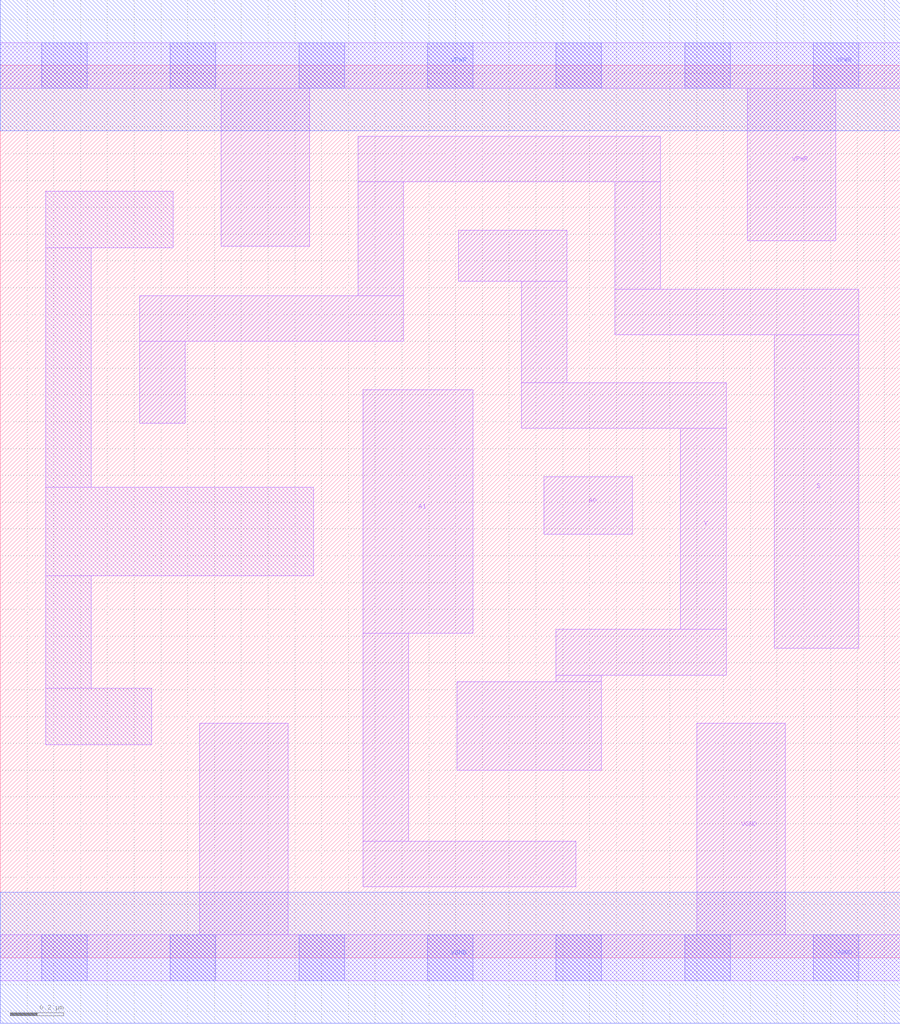
<source format=lef>
# Copyright 2020 The SkyWater PDK Authors
#
# Licensed under the Apache License, Version 2.0 (the "License");
# you may not use this file except in compliance with the License.
# You may obtain a copy of the License at
#
#     https://www.apache.org/licenses/LICENSE-2.0
#
# Unless required by applicable law or agreed to in writing, software
# distributed under the License is distributed on an "AS IS" BASIS,
# WITHOUT WARRANTIES OR CONDITIONS OF ANY KIND, either express or implied.
# See the License for the specific language governing permissions and
# limitations under the License.
#
# SPDX-License-Identifier: Apache-2.0

VERSION 5.7 ;
  NAMESCASESENSITIVE ON ;
  NOWIREEXTENSIONATPIN ON ;
  DIVIDERCHAR "/" ;
  BUSBITCHARS "[]" ;
UNITS
  DATABASE MICRONS 200 ;
END UNITS
MACRO sky130_fd_sc_lp__mux2i_m
  CLASS CORE ;
  SOURCE USER ;
  FOREIGN sky130_fd_sc_lp__mux2i_m ;
  ORIGIN  0.000000  0.000000 ;
  SIZE  3.360000 BY  3.330000 ;
  SYMMETRY X Y R90 ;
  SITE unit ;
  PIN A0
    ANTENNAGATEAREA  0.126000 ;
    DIRECTION INPUT ;
    USE SIGNAL ;
    PORT
      LAYER li1 ;
        RECT 2.030000 1.580000 2.360000 1.795000 ;
    END
  END A0
  PIN A1
    ANTENNAGATEAREA  0.126000 ;
    DIRECTION INPUT ;
    USE SIGNAL ;
    PORT
      LAYER li1 ;
        RECT 1.355000 0.265000 2.150000 0.435000 ;
        RECT 1.355000 0.435000 1.525000 1.210000 ;
        RECT 1.355000 1.210000 1.765000 2.120000 ;
    END
  END A1
  PIN S
    ANTENNAGATEAREA  0.252000 ;
    DIRECTION INPUT ;
    USE SIGNAL ;
    PORT
      LAYER li1 ;
        RECT 0.520000 1.995000 0.690000 2.300000 ;
        RECT 0.520000 2.300000 1.505000 2.470000 ;
        RECT 1.335000 2.470000 1.505000 2.895000 ;
        RECT 1.335000 2.895000 2.465000 3.065000 ;
        RECT 2.295000 2.325000 3.205000 2.495000 ;
        RECT 2.295000 2.495000 2.465000 2.895000 ;
        RECT 2.890000 1.155000 3.205000 2.325000 ;
    END
  END S
  PIN Y
    ANTENNADIFFAREA  0.331800 ;
    DIRECTION OUTPUT ;
    USE SIGNAL ;
    PORT
      LAYER li1 ;
        RECT 1.705000 0.700000 2.245000 1.030000 ;
        RECT 1.710000 2.525000 2.115000 2.715000 ;
        RECT 1.945000 1.975000 2.710000 2.145000 ;
        RECT 1.945000 2.145000 2.115000 2.525000 ;
        RECT 2.075000 1.030000 2.245000 1.055000 ;
        RECT 2.075000 1.055000 2.710000 1.225000 ;
        RECT 2.540000 1.225000 2.710000 1.975000 ;
    END
  END Y
  PIN VGND
    DIRECTION INOUT ;
    USE GROUND ;
    PORT
      LAYER li1 ;
        RECT 0.000000 -0.085000 3.360000 0.085000 ;
        RECT 0.745000  0.085000 1.075000 0.875000 ;
        RECT 2.600000  0.085000 2.930000 0.875000 ;
      LAYER mcon ;
        RECT 0.155000 -0.085000 0.325000 0.085000 ;
        RECT 0.635000 -0.085000 0.805000 0.085000 ;
        RECT 1.115000 -0.085000 1.285000 0.085000 ;
        RECT 1.595000 -0.085000 1.765000 0.085000 ;
        RECT 2.075000 -0.085000 2.245000 0.085000 ;
        RECT 2.555000 -0.085000 2.725000 0.085000 ;
        RECT 3.035000 -0.085000 3.205000 0.085000 ;
      LAYER met1 ;
        RECT 0.000000 -0.245000 3.360000 0.245000 ;
    END
  END VGND
  PIN VPWR
    DIRECTION INOUT ;
    USE POWER ;
    PORT
      LAYER li1 ;
        RECT 0.000000 3.245000 3.360000 3.415000 ;
        RECT 0.825000 2.655000 1.155000 3.245000 ;
        RECT 2.790000 2.675000 3.120000 3.245000 ;
      LAYER mcon ;
        RECT 0.155000 3.245000 0.325000 3.415000 ;
        RECT 0.635000 3.245000 0.805000 3.415000 ;
        RECT 1.115000 3.245000 1.285000 3.415000 ;
        RECT 1.595000 3.245000 1.765000 3.415000 ;
        RECT 2.075000 3.245000 2.245000 3.415000 ;
        RECT 2.555000 3.245000 2.725000 3.415000 ;
        RECT 3.035000 3.245000 3.205000 3.415000 ;
      LAYER met1 ;
        RECT 0.000000 3.085000 3.360000 3.575000 ;
    END
  END VPWR
  OBS
    LAYER li1 ;
      RECT 0.170000 0.795000 0.565000 1.005000 ;
      RECT 0.170000 1.005000 0.340000 1.425000 ;
      RECT 0.170000 1.425000 1.170000 1.755000 ;
      RECT 0.170000 1.755000 0.340000 2.650000 ;
      RECT 0.170000 2.650000 0.645000 2.860000 ;
  END
END sky130_fd_sc_lp__mux2i_m

</source>
